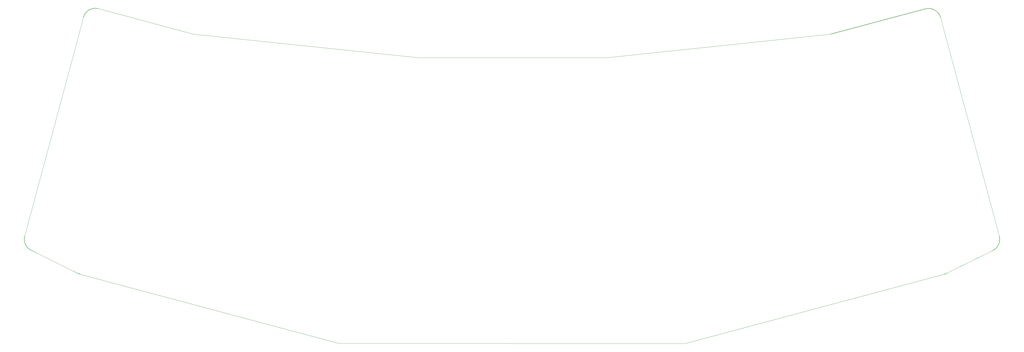
<source format=gm1>
G04 #@! TF.GenerationSoftware,KiCad,Pcbnew,(5.1.10)-1*
G04 #@! TF.CreationDate,2021-10-09T22:27:19+01:00*
G04 #@! TF.ProjectId,superlyra-hs-backplate,73757065-726c-4797-9261-2d68732d6261,0.1*
G04 #@! TF.SameCoordinates,Original*
G04 #@! TF.FileFunction,Profile,NP*
%FSLAX46Y46*%
G04 Gerber Fmt 4.6, Leading zero omitted, Abs format (unit mm)*
G04 Created by KiCad (PCBNEW (5.1.10)-1) date 2021-10-09 22:27:19*
%MOMM*%
%LPD*%
G01*
G04 APERTURE LIST*
G04 #@! TA.AperFunction,Profile*
%ADD10C,0.200000*%
G04 #@! TD*
G04 #@! TA.AperFunction,Profile*
%ADD11C,0.050000*%
G04 #@! TD*
G04 APERTURE END LIST*
D10*
X375643114Y-56579253D02*
X337600635Y-66772705D01*
D11*
X247650000Y-76200000D02*
X337600635Y-66772705D01*
X172720000Y-76200000D02*
X247650000Y-76200000D01*
X172720000Y-76200000D02*
X82209365Y-66701636D01*
X44166886Y-56508184D02*
X82209365Y-66701636D01*
X14516257Y-147847322D02*
X38043162Y-60043718D01*
X35865593Y-162887336D02*
X17129753Y-153623467D01*
X140560747Y-191040840D02*
X36787631Y-163234917D01*
X279249253Y-191111909D02*
X140560747Y-191040840D01*
X383022369Y-163305986D02*
X279249253Y-191111909D01*
X402680247Y-153694536D02*
X383944407Y-162958405D01*
X405293743Y-147918391D02*
X381766838Y-60114787D01*
D10*
X381766838Y-60114787D02*
G75*
G03*
X375643114Y-56579253I-4829629J-1294095D01*
G01*
X402680247Y-153694536D02*
G75*
G03*
X405293743Y-147918391I-2216134J4482049D01*
G01*
X383022369Y-163305986D02*
G75*
G03*
X383944407Y-162958405I-1294095J4829629D01*
G01*
X36787631Y-163234917D02*
G75*
G02*
X35865593Y-162887336I1294095J4829629D01*
G01*
X38043162Y-60043718D02*
G75*
G02*
X44166886Y-56508184I4829629J-1294095D01*
G01*
X17129753Y-153623467D02*
G75*
G02*
X14516257Y-147847322I2216134J4482049D01*
G01*
M02*

</source>
